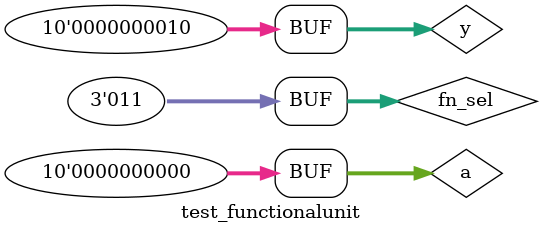
<source format=v>
`timescale 1ns / 1ps


module test_functionalunit;

	// Inputs
	reg [9:0] a;
	reg [9:0] y;
	reg [2:0] fn_sel;

	// Outputs
	wire [9:0] z;

	// Instantiate the Unit Under Test (UUT)
	functional_unit uut (
		.a(a), 
		.y(y), 
		.z(z), 
		.fn_sel(fn_sel)
	);

	initial begin
		// Initialize Inputs
		a = 0;
		y = 0;
		fn_sel = 0;

		// Wait 100 ns for global reset to finish
		#100;
        
		// Add stimulus here
		
		/*#100
		fn_sel = 00;
		x = 0000000001;
		y = 1000000000;*/
	/*	#100
		fn_sel = 10;
		x = 0001101000;
		*/
		#100
		fn_sel = 3'b011;
		y = 2;
	end
      
endmodule


</source>
